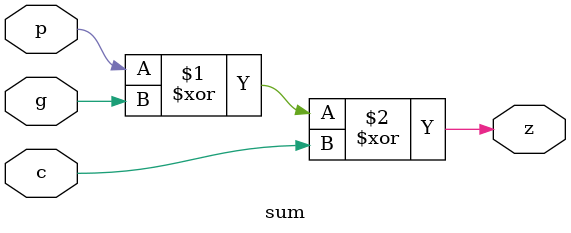
<source format=v>
`timescale 1ns / 1ps

module sum (p,g,c,z);
  
  input p;
  input g;
  input c;
  output z;

  xor xor1 (z,p,g,c);
  
endmodule
</source>
